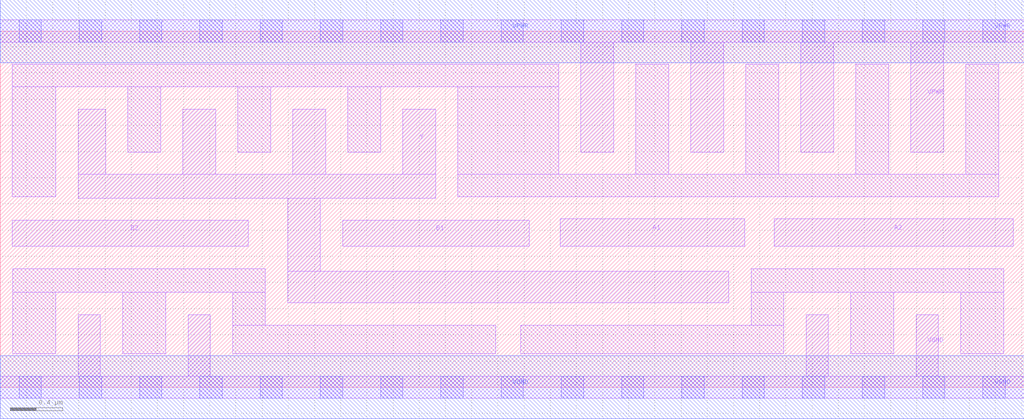
<source format=lef>
# Copyright 2020 The SkyWater PDK Authors
#
# Licensed under the Apache License, Version 2.0 (the "License");
# you may not use this file except in compliance with the License.
# You may obtain a copy of the License at
#
#     https://www.apache.org/licenses/LICENSE-2.0
#
# Unless required by applicable law or agreed to in writing, software
# distributed under the License is distributed on an "AS IS" BASIS,
# WITHOUT WARRANTIES OR CONDITIONS OF ANY KIND, either express or implied.
# See the License for the specific language governing permissions and
# limitations under the License.
#
# SPDX-License-Identifier: Apache-2.0

VERSION 5.7 ;
  NAMESCASESENSITIVE ON ;
  NOWIREEXTENSIONATPIN ON ;
  DIVIDERCHAR "/" ;
  BUSBITCHARS "[]" ;
UNITS
  DATABASE MICRONS 200 ;
END UNITS
MACRO sky130_fd_sc_hd__a22oi_4
  CLASS CORE ;
  SOURCE USER ;
  FOREIGN sky130_fd_sc_hd__a22oi_4 ;
  ORIGIN  0.000000  0.000000 ;
  SIZE  7.820000 BY  2.720000 ;
  SYMMETRY X Y R90 ;
  SITE unithd ;
  PIN A1
    ANTENNAGATEAREA  0.990000 ;
    DIRECTION INPUT ;
    USE SIGNAL ;
    PORT
      LAYER li1 ;
        RECT 4.275000 1.075000 5.685000 1.285000 ;
    END
  END A1
  PIN A2
    ANTENNAGATEAREA  0.990000 ;
    DIRECTION INPUT ;
    USE SIGNAL ;
    PORT
      LAYER li1 ;
        RECT 5.910000 1.075000 7.735000 1.285000 ;
    END
  END A2
  PIN B1
    ANTENNAGATEAREA  0.990000 ;
    DIRECTION INPUT ;
    USE SIGNAL ;
    PORT
      LAYER li1 ;
        RECT 2.615000 1.075000 4.040000 1.275000 ;
    END
  END B1
  PIN B2
    ANTENNAGATEAREA  0.990000 ;
    DIRECTION INPUT ;
    USE SIGNAL ;
    PORT
      LAYER li1 ;
        RECT 0.090000 1.075000 1.895000 1.275000 ;
    END
  END B2
  PIN Y
    ANTENNADIFFAREA  1.782000 ;
    DIRECTION OUTPUT ;
    USE SIGNAL ;
    PORT
      LAYER li1 ;
        RECT 0.595000 1.445000 3.325000 1.625000 ;
        RECT 0.595000 1.625000 0.805000 2.125000 ;
        RECT 1.395000 1.625000 1.645000 2.125000 ;
        RECT 2.195000 0.645000 5.565000 0.885000 ;
        RECT 2.195000 0.885000 2.445000 1.445000 ;
        RECT 2.235000 1.625000 2.485000 2.125000 ;
        RECT 3.075000 1.625000 3.325000 2.125000 ;
    END
  END Y
  PIN VGND
    DIRECTION INOUT ;
    SHAPE ABUTMENT ;
    USE GROUND ;
    PORT
      LAYER li1 ;
        RECT 0.000000 -0.085000 7.820000 0.085000 ;
        RECT 0.595000  0.085000 0.765000 0.555000 ;
        RECT 1.435000  0.085000 1.605000 0.555000 ;
        RECT 6.155000  0.085000 6.325000 0.555000 ;
        RECT 6.995000  0.085000 7.165000 0.555000 ;
      LAYER mcon ;
        RECT 0.145000 -0.085000 0.315000 0.085000 ;
        RECT 0.605000 -0.085000 0.775000 0.085000 ;
        RECT 1.065000 -0.085000 1.235000 0.085000 ;
        RECT 1.525000 -0.085000 1.695000 0.085000 ;
        RECT 1.985000 -0.085000 2.155000 0.085000 ;
        RECT 2.445000 -0.085000 2.615000 0.085000 ;
        RECT 2.905000 -0.085000 3.075000 0.085000 ;
        RECT 3.365000 -0.085000 3.535000 0.085000 ;
        RECT 3.825000 -0.085000 3.995000 0.085000 ;
        RECT 4.285000 -0.085000 4.455000 0.085000 ;
        RECT 4.745000 -0.085000 4.915000 0.085000 ;
        RECT 5.205000 -0.085000 5.375000 0.085000 ;
        RECT 5.665000 -0.085000 5.835000 0.085000 ;
        RECT 6.125000 -0.085000 6.295000 0.085000 ;
        RECT 6.585000 -0.085000 6.755000 0.085000 ;
        RECT 7.045000 -0.085000 7.215000 0.085000 ;
        RECT 7.505000 -0.085000 7.675000 0.085000 ;
      LAYER met1 ;
        RECT 0.000000 -0.240000 7.820000 0.240000 ;
    END
  END VGND
  PIN VPWR
    DIRECTION INOUT ;
    SHAPE ABUTMENT ;
    USE POWER ;
    PORT
      LAYER li1 ;
        RECT 0.000000 2.635000 7.820000 2.805000 ;
        RECT 4.435000 1.795000 4.685000 2.635000 ;
        RECT 5.275000 1.795000 5.525000 2.635000 ;
        RECT 6.115000 1.795000 6.365000 2.635000 ;
        RECT 6.955000 1.795000 7.205000 2.635000 ;
      LAYER mcon ;
        RECT 0.145000 2.635000 0.315000 2.805000 ;
        RECT 0.605000 2.635000 0.775000 2.805000 ;
        RECT 1.065000 2.635000 1.235000 2.805000 ;
        RECT 1.525000 2.635000 1.695000 2.805000 ;
        RECT 1.985000 2.635000 2.155000 2.805000 ;
        RECT 2.445000 2.635000 2.615000 2.805000 ;
        RECT 2.905000 2.635000 3.075000 2.805000 ;
        RECT 3.365000 2.635000 3.535000 2.805000 ;
        RECT 3.825000 2.635000 3.995000 2.805000 ;
        RECT 4.285000 2.635000 4.455000 2.805000 ;
        RECT 4.745000 2.635000 4.915000 2.805000 ;
        RECT 5.205000 2.635000 5.375000 2.805000 ;
        RECT 5.665000 2.635000 5.835000 2.805000 ;
        RECT 6.125000 2.635000 6.295000 2.805000 ;
        RECT 6.585000 2.635000 6.755000 2.805000 ;
        RECT 7.045000 2.635000 7.215000 2.805000 ;
        RECT 7.505000 2.635000 7.675000 2.805000 ;
      LAYER met1 ;
        RECT 0.000000 2.480000 7.820000 2.960000 ;
    END
  END VPWR
  OBS
    LAYER li1 ;
      RECT 0.090000 1.455000 0.425000 2.295000 ;
      RECT 0.090000 2.295000 4.265000 2.465000 ;
      RECT 0.095000 0.255000 0.425000 0.725000 ;
      RECT 0.095000 0.725000 2.025000 0.905000 ;
      RECT 0.935000 0.255000 1.265000 0.725000 ;
      RECT 0.975000 1.795000 1.225000 2.295000 ;
      RECT 1.775000 0.255000 3.785000 0.475000 ;
      RECT 1.775000 0.475000 2.025000 0.725000 ;
      RECT 1.815000 1.795000 2.065000 2.295000 ;
      RECT 2.655000 1.795000 2.905000 2.295000 ;
      RECT 3.495000 1.455000 7.625000 1.625000 ;
      RECT 3.495000 1.625000 4.265000 2.295000 ;
      RECT 3.975000 0.255000 5.985000 0.475000 ;
      RECT 4.855000 1.625000 5.105000 2.465000 ;
      RECT 5.695000 1.625000 5.945000 2.465000 ;
      RECT 5.735000 0.475000 5.985000 0.725000 ;
      RECT 5.735000 0.725000 7.665000 0.905000 ;
      RECT 6.495000 0.255000 6.825000 0.725000 ;
      RECT 6.535000 1.625000 6.785000 2.465000 ;
      RECT 7.335000 0.255000 7.665000 0.725000 ;
      RECT 7.375000 1.625000 7.625000 2.465000 ;
  END
END sky130_fd_sc_hd__a22oi_4
END LIBRARY

</source>
